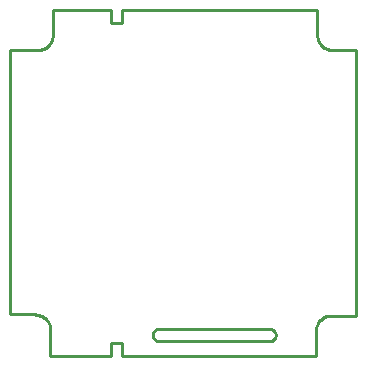
<source format=gbr>
G04 EAGLE Gerber RS-274X export*
G75*
%MOMM*%
%FSLAX34Y34*%
%LPD*%
%IN*%
%IPPOS*%
%AMOC8*
5,1,8,0,0,1.08239X$1,22.5*%
G01*
%ADD10C,0.254000*%


D10*
X668Y33974D02*
X21668Y33974D01*
X22786Y33894D01*
X23948Y33711D01*
X25090Y33427D01*
X26202Y33044D01*
X27278Y32566D01*
X28307Y31997D01*
X29283Y31339D01*
X30198Y30599D01*
X31044Y29782D01*
X31817Y28895D01*
X32509Y27943D01*
X33115Y26935D01*
X33632Y25878D01*
X34054Y24780D01*
X34379Y23649D01*
X34604Y22494D01*
X34728Y21324D01*
X34749Y20148D01*
X34668Y18974D01*
X34668Y-1026D01*
X85858Y-1026D01*
X85858Y9974D01*
X95128Y9974D01*
X95128Y-1026D01*
X259668Y-1026D01*
X259668Y20974D01*
X259759Y22062D01*
X259944Y23137D01*
X260223Y24192D01*
X260592Y25219D01*
X261050Y26210D01*
X261592Y27157D01*
X262215Y28053D01*
X262913Y28892D01*
X263682Y29666D01*
X264516Y30371D01*
X265408Y31000D01*
X266351Y31549D01*
X267338Y32014D01*
X268362Y32391D01*
X269415Y32677D01*
X270489Y32871D01*
X271576Y32970D01*
X272668Y32974D01*
X293668Y32974D01*
X293668Y79704D01*
X293662Y79102D01*
X293662Y222372D01*
X293668Y222974D01*
X293668Y257974D01*
X271668Y257974D01*
X270584Y258152D01*
X269520Y258424D01*
X268484Y258788D01*
X267483Y259241D01*
X266525Y259779D01*
X265619Y260399D01*
X264769Y261095D01*
X263984Y261863D01*
X263268Y262696D01*
X262628Y263588D01*
X262068Y264533D01*
X261592Y265523D01*
X261205Y266551D01*
X260908Y267608D01*
X260705Y268688D01*
X260597Y269781D01*
X260584Y270879D01*
X260668Y271974D01*
X260668Y291974D01*
X95398Y291974D01*
X95398Y280704D01*
X85858Y280704D01*
X85858Y291974D01*
X36668Y291974D01*
X36668Y270974D01*
X36671Y270886D01*
X36668Y269802D01*
X36569Y268723D01*
X36377Y267655D01*
X36093Y266609D01*
X35719Y265592D01*
X35257Y264611D01*
X34712Y263674D01*
X34087Y262788D01*
X33387Y261960D01*
X32617Y261196D01*
X31784Y260502D01*
X30894Y259883D01*
X29953Y259344D01*
X28969Y258890D01*
X27949Y258522D01*
X26901Y258245D01*
X25832Y258061D01*
X24752Y257970D01*
X23668Y257974D01*
X668Y257974D01*
X668Y33974D01*
X125730Y21590D02*
X125290Y21515D01*
X124858Y21403D01*
X124437Y21253D01*
X124031Y21066D01*
X123643Y20846D01*
X123275Y20592D01*
X122931Y20307D01*
X122613Y19993D01*
X122324Y19653D01*
X122065Y19289D01*
X121840Y18904D01*
X121648Y18500D01*
X121493Y18081D01*
X121374Y17651D01*
X121294Y17211D01*
X121252Y16767D01*
X121249Y16320D01*
X121285Y15875D01*
X121360Y15435D01*
X121472Y15003D01*
X121622Y14582D01*
X121809Y14176D01*
X122029Y13788D01*
X122283Y13420D01*
X122568Y13076D01*
X122882Y12758D01*
X123222Y12469D01*
X123586Y12210D01*
X123971Y11985D01*
X124375Y11793D01*
X124794Y11638D01*
X125224Y11519D01*
X125664Y11439D01*
X126108Y11397D01*
X126555Y11394D01*
X127000Y11430D01*
X219710Y11430D01*
X220155Y11394D01*
X220602Y11397D01*
X221046Y11439D01*
X221486Y11519D01*
X221916Y11638D01*
X222335Y11793D01*
X222739Y11985D01*
X223124Y12210D01*
X223488Y12469D01*
X223828Y12758D01*
X224142Y13076D01*
X224427Y13420D01*
X224681Y13788D01*
X224901Y14176D01*
X225088Y14582D01*
X225238Y15003D01*
X225350Y15435D01*
X225425Y15875D01*
X225461Y16320D01*
X225458Y16767D01*
X225416Y17211D01*
X225336Y17651D01*
X225217Y18081D01*
X225062Y18500D01*
X224871Y18904D01*
X224645Y19289D01*
X224386Y19653D01*
X224097Y19993D01*
X223779Y20307D01*
X223435Y20592D01*
X223067Y20846D01*
X222679Y21066D01*
X222273Y21253D01*
X221853Y21403D01*
X221420Y21515D01*
X220980Y21590D01*
X125730Y21590D01*
M02*

</source>
